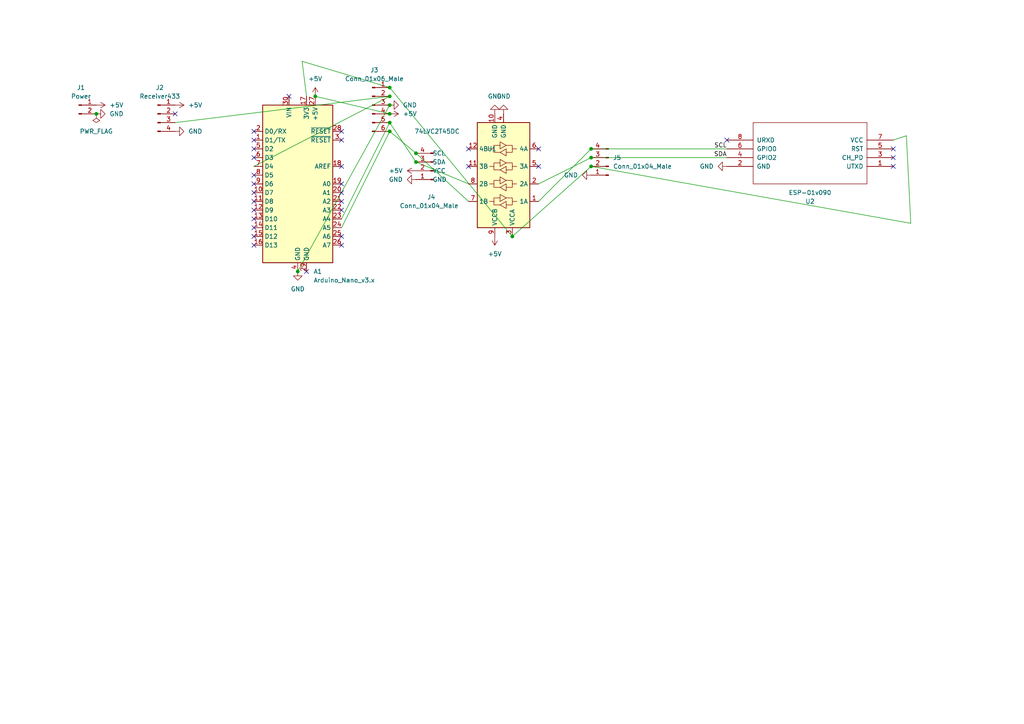
<source format=kicad_sch>
(kicad_sch (version 20211123) (generator eeschema)
  (paper "A4")
  (lib_symbols
    (symbol "Conn_01x04_Male_1" (pin_names (offset 1.016))
      (property "Reference" "J?" (at 0.635 7.62 0))
      (property "Value" "Conn_01x04_Male" (at 1.27 10.16 0))
      (symbol "Conn_01x04_Male_1_1_1"
        (polyline (pts (xy 1.27 -5.08) (xy 0.8636 -5.08)) (stroke (width 0.1524)))
        (polyline (pts (xy 1.27 -2.54) (xy 0.8636 -2.54)) (stroke (width 0.1524)))
        (polyline (pts (xy 1.27 0) (xy 0.8636 0)) (stroke (width 0.1524)))
        (polyline (pts (xy 1.27 2.54) (xy 0.8636 2.54)) (stroke (width 0.1524)))
        (rectangle (start 0.8636 -4.953) (end 0 -5.207) (stroke (width 0.1524)) (fill (type outline)))
        (rectangle (start 0.8636 -2.413) (end 0 -2.667) (stroke (width 0.1524)) (fill (type outline)))
        (rectangle (start 0.8636 0.127) (end 0 -0.127) (stroke (width 0.1524)) (fill (type outline)))
        (rectangle (start 0.8636 2.667) (end 0 2.413) (stroke (width 0.1524)) (fill (type outline)))
        (pin passive line (at 5.08 2.54 180) (length 3.81) (name "GND") (number "1"))
        (pin passive line (at 5.08 0 180) (length 3.81) (name "VCC") (number "2"))
        (pin passive line (at 5.08 -2.54 180) (length 3.81) (name "SDA") (number "3"))
        (pin passive line (at 5.08 -5.08 180) (length 3.81) (name "SCL") (number "4"))
      )
    )
    (symbol "Connector:Conn_01x02_Male" (pin_names (offset 1.016) hide)
      (property "Reference" "J" (at 0 2.54 0))
      (property "Value" "Conn_01x02_Male" (at 0 -5.08 0))
      (symbol "Conn_01x02_Male_1_1"
        (polyline (pts (xy 1.27 -2.54) (xy 0.8636 -2.54)) (stroke (width 0.1524)))
        (polyline (pts (xy 1.27 0) (xy 0.8636 0)) (stroke (width 0.1524)))
        (rectangle (start 0.8636 -2.413) (end 0 -2.667) (stroke (width 0.1524)) (fill (type outline)))
        (rectangle (start 0.8636 0.127) (end 0 -0.127) (stroke (width 0.1524)) (fill (type outline)))
        (pin passive line (at 5.08 0 180) (length 3.81) (name "Pin_1") (number "1"))
        (pin passive line (at 5.08 -2.54 180) (length 3.81) (name "Pin_2") (number "2"))
      )
    )
    (symbol "Connector:Conn_01x04_Male" (pin_names (offset 1.016) hide)
      (property "Reference" "J" (at 0 5.08 0))
      (property "Value" "Conn_01x04_Male" (at 0 -7.62 0))
      (symbol "Conn_01x04_Male_1_1"
        (polyline (pts (xy 1.27 -5.08) (xy 0.8636 -5.08)) (stroke (width 0.1524)))
        (polyline (pts (xy 1.27 -2.54) (xy 0.8636 -2.54)) (stroke (width 0.1524)))
        (polyline (pts (xy 1.27 0) (xy 0.8636 0)) (stroke (width 0.1524)))
        (polyline (pts (xy 1.27 2.54) (xy 0.8636 2.54)) (stroke (width 0.1524)))
        (rectangle (start 0.8636 -4.953) (end 0 -5.207) (stroke (width 0.1524)) (fill (type outline)))
        (rectangle (start 0.8636 -2.413) (end 0 -2.667) (stroke (width 0.1524)) (fill (type outline)))
        (rectangle (start 0.8636 0.127) (end 0 -0.127) (stroke (width 0.1524)) (fill (type outline)))
        (rectangle (start 0.8636 2.667) (end 0 2.413) (stroke (width 0.1524)) (fill (type outline)))
        (pin passive line (at 5.08 2.54 180) (length 3.81) (name "Pin_1") (number "1"))
        (pin passive line (at 5.08 0 180) (length 3.81) (name "Pin_2") (number "2"))
        (pin passive line (at 5.08 -2.54 180) (length 3.81) (name "Pin_3") (number "3"))
        (pin passive line (at 5.08 -5.08 180) (length 3.81) (name "Pin_4") (number "4"))
      )
    )
    (symbol "Connector:Conn_01x06_Male" (pin_names (offset 1.016) hide)
      (property "Reference" "J" (at 0 7.62 0))
      (property "Value" "Conn_01x06_Male" (at 0 -10.16 0))
      (symbol "Conn_01x06_Male_1_1"
        (polyline (pts (xy 1.27 -7.62) (xy 0.8636 -7.62)) (stroke (width 0.1524)))
        (polyline (pts (xy 1.27 -5.08) (xy 0.8636 -5.08)) (stroke (width 0.1524)))
        (polyline (pts (xy 1.27 -2.54) (xy 0.8636 -2.54)) (stroke (width 0.1524)))
        (polyline (pts (xy 1.27 0) (xy 0.8636 0)) (stroke (width 0.1524)))
        (polyline (pts (xy 1.27 2.54) (xy 0.8636 2.54)) (stroke (width 0.1524)))
        (polyline (pts (xy 1.27 5.08) (xy 0.8636 5.08)) (stroke (width 0.1524)))
        (rectangle (start 0.8636 -7.493) (end 0 -7.747) (stroke (width 0.1524)) (fill (type outline)))
        (rectangle (start 0.8636 -4.953) (end 0 -5.207) (stroke (width 0.1524)) (fill (type outline)))
        (rectangle (start 0.8636 -2.413) (end 0 -2.667) (stroke (width 0.1524)) (fill (type outline)))
        (rectangle (start 0.8636 0.127) (end 0 -0.127) (stroke (width 0.1524)) (fill (type outline)))
        (rectangle (start 0.8636 2.667) (end 0 2.413) (stroke (width 0.1524)) (fill (type outline)))
        (rectangle (start 0.8636 5.207) (end 0 4.953) (stroke (width 0.1524)) (fill (type outline)))
        (pin passive line (at 5.08 5.08 180) (length 3.81) (name "Pin_1") (number "1"))
        (pin passive line (at 5.08 2.54 180) (length 3.81) (name "Pin_2") (number "2"))
        (pin passive line (at 5.08 0 180) (length 3.81) (name "Pin_3") (number "3"))
        (pin passive line (at 5.08 -2.54 180) (length 3.81) (name "Pin_4") (number "4"))
        (pin passive line (at 5.08 -5.08 180) (length 3.81) (name "Pin_5") (number "5"))
        (pin passive line (at 5.08 -7.62 180) (length 3.81) (name "Pin_6") (number "6"))
      )
    )
    (symbol "ESP8266:ESP-01v090" (pin_names (offset 1.016))
      (property "Reference" "U" (at 0 -2.54 0))
      (property "Value" "ESP-01v090" (at 0 2.54 0))
      (symbol "ESP-01v090_1_0"
        (rectangle (start -16.51 -8.89) (end 16.51 8.89))
      )
      (symbol "ESP-01v090_1_1"
        (pin output line (at -24.13 3.81 0) (length 7.62) (name "UTXD") (number "1"))
        (pin power_in line (at 24.13 3.81 180) (length 7.62) (name "GND") (number "2"))
        (pin input line (at -24.13 1.27 0) (length 7.62) (name "CH_PD") (number "3"))
        (pin tri_state line (at 24.13 1.27 180) (length 7.62) (name "GPIO2") (number "4"))
        (pin input line (at -24.13 -1.27 0) (length 7.62) (name "RST") (number "5"))
        (pin tri_state line (at 24.13 -1.27 180) (length 7.62) (name "GPIO0") (number "6"))
        (pin power_in line (at -24.13 -3.81 0) (length 7.62) (name "VCC") (number "7"))
        (pin input line (at 24.13 -3.81 180) (length 7.62) (name "URXD") (number "8"))
      )
    )
    (symbol "Logic_LevelTranslator:74LVC2T45DC"
      (property "Reference" "U?" (at 2.0194 -12.7 0))
      (property "Value" "74LVC2T45DC" (at 12.7 -17.78 0))
      (symbol "74LVC2T45DC_1_1"
        (rectangle (start -7.62 10.16) (end 7.62 -20.32) (stroke (width 0.254)) (fill (type background)))
        (polyline (pts (xy -2.54 -12.7) (xy -2.54 -11.684) (xy -0.762 -11.684)))
        (polyline (pts (xy -2.54 -7.62) (xy -2.54 -6.604) (xy -0.762 -6.604)))
        (polyline (pts (xy -2.54 -2.54) (xy -2.54 -1.524) (xy -0.762 -1.524)))
        (polyline (pts (xy -2.54 2.54) (xy -2.54 3.556) (xy -0.762 3.556)))
        (polyline (pts (xy 2.794 -12.7) (xy 2.794 -13.716) (xy 1.016 -13.716)))
        (polyline (pts (xy 2.794 -7.62) (xy 2.794 -8.636) (xy 1.016 -8.636)))
        (polyline (pts (xy 2.794 -2.54) (xy 2.794 -3.556) (xy 1.016 -3.556)))
        (polyline (pts (xy 2.794 2.54) (xy 2.794 1.524) (xy 1.016 1.524)))
        (polyline (pts (xy -0.762 -13.716) (xy -2.54 -13.716) (xy -2.54 -12.7) (xy -3.81 -12.7)))
        (polyline (pts (xy -0.762 -12.7) (xy -0.762 -10.668) (xy 1.016 -11.684) (xy -0.762 -12.7)))
        (polyline (pts (xy -0.762 -8.636) (xy -2.54 -8.636) (xy -2.54 -7.62) (xy -3.81 -7.62)))
        (polyline (pts (xy -0.762 -7.62) (xy -0.762 -5.588) (xy 1.016 -6.604) (xy -0.762 -7.62)))
        (polyline (pts (xy -0.762 -3.556) (xy -2.54 -3.556) (xy -2.54 -2.54) (xy -3.81 -2.54)))
        (polyline (pts (xy -0.762 -2.54) (xy -0.762 -0.508) (xy 1.016 -1.524) (xy -0.762 -2.54)))
        (polyline (pts (xy -0.762 1.524) (xy -2.54 1.524) (xy -2.54 2.54) (xy -3.81 2.54)))
        (polyline (pts (xy -0.762 2.54) (xy -0.762 4.572) (xy 1.016 3.556) (xy -0.762 2.54)))
        (polyline (pts (xy 1.016 -11.684) (xy 2.794 -11.684) (xy 2.794 -12.7) (xy 4.064 -12.7)))
        (polyline (pts (xy 1.016 -6.604) (xy 2.794 -6.604) (xy 2.794 -7.62) (xy 4.064 -7.62)))
        (polyline (pts (xy 1.016 -1.524) (xy 2.794 -1.524) (xy 2.794 -2.54) (xy 4.064 -2.54)))
        (polyline (pts (xy 1.016 3.556) (xy 2.794 3.556) (xy 2.794 2.54) (xy 4.064 2.54)))
        (polyline (pts (xy 1.016 -12.7) (xy 1.016 -14.478) (xy 1.016 -14.732) (xy -0.762 -13.716) (xy 1.016 -12.7)))
        (polyline (pts (xy 1.016 -7.62) (xy 1.016 -9.398) (xy 1.016 -9.652) (xy -0.762 -8.636) (xy 1.016 -7.62)))
        (polyline (pts (xy 1.016 -2.54) (xy 1.016 -4.318) (xy 1.016 -4.572) (xy -0.762 -3.556) (xy 1.016 -2.54)))
        (polyline (pts (xy 1.016 2.54) (xy 1.016 0.762) (xy 1.016 0.508) (xy -0.762 1.524) (xy 1.016 2.54)))
        (pin bidirectional line (at -10.16 2.54 0) (length 2.54) (name "1A") (number "1"))
        (pin power_in line (at 2.54 -22.86 90) (length 2.54) (name "GND") (number "10"))
        (pin bidirectional line (at 10.16 -7.62 180) (length 2.54) (name "3B") (number "11"))
        (pin bidirectional line (at 10.16 -12.7 180) (length 2.54) (name "4B") (number "12"))
        (pin bidirectional line (at -10.16 -2.54 0) (length 2.54) (name "2A") (number "2"))
        (pin power_in line (at -2.54 12.7 270) (length 2.54) (name "VCCA") (number "3"))
        (pin power_in line (at 0 -22.86 90) (length 2.54) (name "GND") (number "4"))
        (pin bidirectional line (at -10.16 -7.62 0) (length 2.54) (name "3A") (number "5"))
        (pin bidirectional line (at -10.16 -12.7 0) (length 2.54) (name "4A") (number "6"))
        (pin bidirectional line (at 10.16 2.54 180) (length 2.54) (name "1B") (number "7"))
        (pin bidirectional line (at 10.16 -2.54 180) (length 2.54) (name "2B") (number "8"))
        (pin power_in line (at 2.54 12.7 270) (length 2.54) (name "VCCB") (number "9"))
      )
    )
    (symbol "MCU_Module:Arduino_Nano_v3.x"
      (property "Reference" "A" (at -10.16 23.495 0))
      (property "Value" "Arduino_Nano_v3.x" (at 5.08 -24.13 0))
      (symbol "Arduino_Nano_v3.x_0_1"
        (rectangle (start -10.16 22.86) (end 10.16 -22.86) (stroke (width 0.254)) (fill (type background)))
      )
      (symbol "Arduino_Nano_v3.x_1_1"
        (pin bidirectional line (at -12.7 12.7 0) (length 2.54) (name "D1/TX") (number "1"))
        (pin bidirectional line (at -12.7 -2.54 0) (length 2.54) (name "D7") (number "10"))
        (pin bidirectional line (at -12.7 -5.08 0) (length 2.54) (name "D8") (number "11"))
        (pin bidirectional line (at -12.7 -7.62 0) (length 2.54) (name "D9") (number "12"))
        (pin bidirectional line (at -12.7 -10.16 0) (length 2.54) (name "D10") (number "13"))
        (pin bidirectional line (at -12.7 -12.7 0) (length 2.54) (name "D11") (number "14"))
        (pin bidirectional line (at -12.7 -15.24 0) (length 2.54) (name "D12") (number "15"))
        (pin bidirectional line (at -12.7 -17.78 0) (length 2.54) (name "D13") (number "16"))
        (pin power_out line (at 2.54 25.4 270) (length 2.54) (name "3V3") (number "17"))
        (pin input line (at 12.7 5.08 180) (length 2.54) (name "AREF") (number "18"))
        (pin bidirectional line (at 12.7 0 180) (length 2.54) (name "A0") (number "19"))
        (pin bidirectional line (at -12.7 15.24 0) (length 2.54) (name "D0/RX") (number "2"))
        (pin bidirectional line (at 12.7 -2.54 180) (length 2.54) (name "A1") (number "20"))
        (pin bidirectional line (at 12.7 -5.08 180) (length 2.54) (name "A2") (number "21"))
        (pin bidirectional line (at 12.7 -7.62 180) (length 2.54) (name "A3") (number "22"))
        (pin bidirectional line (at 12.7 -10.16 180) (length 2.54) (name "A4") (number "23"))
        (pin bidirectional line (at 12.7 -12.7 180) (length 2.54) (name "A5") (number "24"))
        (pin bidirectional line (at 12.7 -15.24 180) (length 2.54) (name "A6") (number "25"))
        (pin bidirectional line (at 12.7 -17.78 180) (length 2.54) (name "A7") (number "26"))
        (pin power_out line (at 5.08 25.4 270) (length 2.54) (name "+5V") (number "27"))
        (pin input line (at 12.7 15.24 180) (length 2.54) (name "~{RESET}") (number "28"))
        (pin power_in line (at 2.54 -25.4 90) (length 2.54) (name "GND") (number "29"))
        (pin input line (at 12.7 12.7 180) (length 2.54) (name "~{RESET}") (number "3"))
        (pin power_in line (at -2.54 25.4 270) (length 2.54) (name "VIN") (number "30"))
        (pin power_in line (at 0 -25.4 90) (length 2.54) (name "GND") (number "4"))
        (pin bidirectional line (at -12.7 10.16 0) (length 2.54) (name "D2") (number "5"))
        (pin bidirectional line (at -12.7 7.62 0) (length 2.54) (name "D3") (number "6"))
        (pin bidirectional line (at -12.7 5.08 0) (length 2.54) (name "D4") (number "7"))
        (pin bidirectional line (at -12.7 2.54 0) (length 2.54) (name "D5") (number "8"))
        (pin bidirectional line (at -12.7 0 0) (length 2.54) (name "D6") (number "9"))
      )
    )
    (symbol "power:+5V" (power) (pin_names (offset 0))
      (property "Value" "+5V" (at 0 3.556 0))
      (symbol "+5V_0_1"
        (polyline (pts (xy -0.762 1.27) (xy 0 2.54)))
        (polyline (pts (xy 0 0) (xy 0 2.54)))
        (polyline (pts (xy 0 2.54) (xy 0.762 1.27)))
      )
      (symbol "+5V_1_1"
        (pin power_in line (at 0 0 90) (length 0) hide (name "+5V") (number "1"))
      )
    )
    (symbol "power:GND" (power) (pin_names (offset 0))
      (property "Value" "GND" (at 0 -3.81 0))
      (symbol "GND_0_1"
        (polyline (pts (xy 0 0) (xy 0 -1.27) (xy 1.27 -1.27) (xy 0 -2.54) (xy -1.27 -1.27) (xy 0 -1.27)))
      )
      (symbol "GND_1_1"
        (pin power_in line (at 0 0 270) (length 0) hide (name "GND") (number "1"))
      )
    )
    (symbol "power:PWR_FLAG" (power) (pin_numbers hide) (pin_names (offset 0) hide)
      (property "Value" "PWR_FLAG" (at 0 3.81 0))
      (symbol "PWR_FLAG_0_0"
        (pin power_out line (at 0 0 90) (length 0) (name "pwr") (number "1"))
      )
      (symbol "PWR_FLAG_0_1"
        (polyline (pts (xy 0 0) (xy 0 1.27) (xy -1.016 1.905) (xy 0 2.54) (xy 1.016 1.905) (xy 0 1.27)))
      )
    )
  )
  (junction (at 91.44 27.94))
  (junction (at 171.45 43.18))
  (junction (at 113.03 33.02))
  (junction (at 171.45 48.26))
  (junction (at 113.03 25.4))
  (junction (at 113.03 30.48))
  (junction (at 27.94 33.02))
  (junction (at 86.36 78.74))
  (junction (at 113.03 27.94))
  (junction (at 148.59 68.58))
  (junction (at 120.65 44.45))
  (junction (at 113.03 35.56))
  (junction (at 171.45 45.72))
  (junction (at 113.03 38.1))
  (junction (at 120.65 46.99))
  (no_connect (at 73.66 38.1))
  (no_connect (at 73.66 71.12))
  (no_connect (at 73.66 66.04))
  (no_connect (at 73.66 63.5))
  (no_connect (at 73.66 68.58))
  (no_connect (at 73.66 60.96))
  (no_connect (at 99.06 68.58))
  (no_connect (at 99.06 71.12))
  (no_connect (at 73.66 53.34))
  (no_connect (at 73.66 50.8))
  (no_connect (at 73.66 58.42))
  (no_connect (at 73.66 55.88))
  (no_connect (at 73.66 45.72))
  (no_connect (at 73.66 43.18))
  (no_connect (at 73.66 40.64))
  (no_connect (at 50.8 33.02))
  (no_connect (at 83.82 27.94))
  (no_connect (at 99.06 60.96))
  (no_connect (at 99.06 55.88))
  (no_connect (at 99.06 53.34))
  (no_connect (at 99.06 48.26))
  (no_connect (at 99.06 38.1))
  (no_connect (at 99.06 40.64))
  (no_connect (at 99.06 58.42))
  (no_connect (at 135.89 48.26))
  (no_connect (at 135.89 43.18))
  (no_connect (at 259.08 48.26))
  (no_connect (at 259.08 43.18))
  (no_connect (at 259.08 45.72))
  (no_connect (at 210.82 40.64))
  (no_connect (at 88.9 78.74))
  (no_connect (at 156.21 43.18))
  (no_connect (at 156.21 48.26))
  (wire (pts (xy 135.89 53.34) (xy 120.65 46.99)))
  (wire (pts (xy 156.21 58.42) (xy 171.45 43.18)))
  (wire (pts (xy 259.08 40.64) (xy 262.89 39.37)))
  (wire (pts (xy 113.03 27.94) (xy 50.8 35.56)))
  (wire (pts (xy 113.03 35.56) (xy 99.06 63.5)))
  (wire (pts (xy 113.03 38.1) (xy 99.06 66.04)))
  (wire (pts (xy 171.45 43.18) (xy 210.82 43.18)))
  (wire (pts (xy 113.03 33.02) (xy 91.44 27.94)))
  (wire (pts (xy 88.9 27.94) (xy 87.63 17.78)))
  (wire (pts (xy 87.63 17.78) (xy 113.03 25.4)))
  (wire (pts (xy 171.45 48.26) (xy 148.59 68.58)))
  (wire (pts (xy 262.89 39.37) (xy 264.16 64.77)))
  (wire (pts (xy 113.03 35.56) (xy 120.65 46.99)))
  (wire (pts (xy 156.21 53.34) (xy 171.45 45.72)))
  (wire (pts (xy 113.03 30.48) (xy 86.36 78.74)))
  (wire (pts (xy 113.03 38.1) (xy 120.65 44.45)))
  (wire (pts (xy 135.89 58.42) (xy 120.65 44.45)))
  (wire (pts (xy 264.16 64.77) (xy 171.45 48.26)))
  (wire (pts (xy 148.59 68.58) (xy 113.03 25.4)))
  (wire (pts (xy 171.45 45.72) (xy 210.82 45.72)))
  (wire (pts (xy 73.66 48.26) (xy 113.03 27.94)))
  (label "SDA" (at 210.82 45.72 180))
  (label "SCL" (at 210.82 43.18 180))
  (symbol (lib_id "power:GND") (at 86.36 78.74 0) (unit 1)
    (property "Reference" "#PWR05" (effects hide))
    (property "Value" "GND" (at 86.36 83.82 0))
  )
  (symbol (lib_id "power:+5V") (at 91.44 27.94 0) (unit 1)
    (property "Reference" "#PWR06" (effects hide))
    (property "Value" "+5V" (at 91.44 22.86 0))
  )
  (symbol (lib_id "power:+5V") (at 143.51 68.58 180) (unit 1)
    (property "Reference" "#PWR012" (effects hide))
    (property "Value" "+5V" (at 143.51 73.66 0))
  )
  (symbol (lib_id "MCU_Module:Arduino_Nano_v3.x") (at 86.36 53.34 0) (unit 1)
    (property "Reference" "A1" (at 90.9194 78.74 0) (effects (justify left)))
    (property "Value" "Arduino_Nano_v3.x" (at 90.9194 81.28 0) (effects (justify left)))
    (property "Footprint" "Module:Arduino_Nano" (effects hide))
    (property "Datasheet" "http://www.mouser.com/pdfdocs/Gravitech_Arduino_Nano3_0.pdf" (effects hide))
  )
  (symbol (lib_id "power:GND") (at 210.82 48.26 270) (unit 1)
    (property "Reference" "#PWR015" (effects hide))
    (property "Value" "GND" (at 207.01 48.2601 90) (effects (justify right)))
  )
  (symbol (lib_id "power:GND") (at 50.8 38.1 90) (unit 1)
    (property "Reference" "#PWR04" (effects hide))
    (property "Value" "GND" (at 54.61 38.0999 90) (effects (justify right)))
  )
  (symbol (lib_id "Connector:Conn_01x04_Male") (at 176.53 48.26 180) (unit 1)
    (property "Reference" "J5" (at 177.8 45.7199 0) (effects (justify right)))
    (property "Value" "Conn_01x04_Male" (at 177.8 48.2599 0) (effects (justify right)))
    (property "Footprint" "Connector_PinHeader_2.54mm:PinHeader_2x04_P2.54mm_Vertical" (effects hide))
  )
  (symbol (lib_id "Logic_LevelTranslator:74LVC2T45DC") (at 146.05 55.88 180) (unit 1)
    (property "Reference" "U1" (at 144.0306 43.18 0) (effects (justify left)))
    (property "Value" "74LVC2T45DC" (at 133.35 38.1 0) (effects (justify left)))
    (property "Footprint" "KdLibrary:LevelShifter x04" (effects hide))
    (property "Datasheet" "https://assets.nexperia.com/documents/data-sheet/74LVC_LVCH2T45.pdf" (effects hide))
  )
  (symbol (lib_id "power:GND") (at 146.05 33.02 180) (unit 1)
    (property "Reference" "#PWR013" (effects hide))
    (property "Value" "GND" (at 146.05 27.94 0))
  )
  (symbol (lib_id "Connector:Conn_01x04_Male") (at 45.72 33.02 0) (unit 1)
    (property "Reference" "J2" (at 46.355 25.4 0))
    (property "Value" "Receiver433" (at 46.355 27.94 0))
    (property "Footprint" "Connector_PinHeader_2.54mm:PinHeader_1x04_P2.54mm_Vertical" (effects hide))
  )
  (symbol (lib_id "power:GND") (at 27.94 33.02 90) (unit 1)
    (property "Reference" "#PWR02" (effects hide))
    (property "Value" "GND" (at 31.75 33.0199 90) (effects (justify right)))
  )
  (symbol (lib_id "Connector:Conn_01x02_Male") (at 22.86 30.48 0) (unit 1)
    (property "Reference" "J1" (at 23.495 25.4 0))
    (property "Value" "Power" (at 23.495 27.94 0))
    (property "Footprint" "Connector_PinHeader_2.54mm:PinHeader_1x02_P2.54mm_Vertical" (effects hide))
  )
  (symbol (lib_id "power:PWR_FLAG") (at 27.94 33.02 180) (unit 1)
    (property "Reference" "#FLG01" (effects hide))
    (property "Value" "PWR_FLAG" (at 27.94 38.1 0))
  )
  (symbol (lib_id "ESP8266:ESP-01v090") (at 234.95 44.45 180) (unit 1)
    (property "Reference" "U2" (at 234.95 58.42 0))
    (property "Value" "ESP-01v090" (at 234.95 55.88 0))
    (property "Footprint" "Connector_PinSocket_2.54mm:PinSocket_2x04_P2.54mm_Vertical" (effects hide))
    (property "Datasheet" "http://l0l.org.uk/2014/12/esp8266-modules-hardware-guide-gotta-catch-em-all/" (effects hide))
  )
  (symbol (lib_id "power:GND") (at 113.03 30.48 90) (unit 1)
    (property "Reference" "#PWR07" (effects hide))
    (property "Value" "GND" (at 116.84 30.4799 90) (effects (justify right)))
  )
  (symbol (lib_id "Connector:Conn_01x06_Male") (at 107.95 30.48 0) (unit 1)
    (property "Reference" "J3" (at 108.585 20.32 0))
    (property "Value" "Conn_01x06_Male" (at 108.585 22.86 0))
    (property "Footprint" "Connector_PinSocket_2.54mm:PinSocket_1x06_P2.54mm_Vertical" (effects hide))
  )
  (symbol (lib_id "power:GND") (at 143.51 33.02 180) (unit 1)
    (property "Reference" "#PWR011" (effects hide))
    (property "Value" "GND" (at 143.51 27.94 0))
  )
  (symbol (lib_id "power:+5V") (at 113.03 33.02 270) (unit 1)
    (property "Reference" "#PWR08" (effects hide))
    (property "Value" "+5V" (at 116.84 33.0199 90) (effects (justify left)))
  )
  (symbol (lib_id "power:+5V") (at 50.8 30.48 270) (unit 1)
    (property "Reference" "#PWR03" (effects hide))
    (property "Value" "+5V" (at 54.61 30.4799 90) (effects (justify left)))
  )
  (symbol (lib_name "Conn_01x04_Male_1") (lib_id "Connector:Conn_01x04_Male") (at 125.73 49.53 180) (unit 1)
    (property "Reference" "J4" (at 125.095 57.15 0))
    (property "Value" "Conn_01x04_Male" (at 124.46 59.69 0))
    (property "Footprint" "Connector_PinHeader_2.54mm:PinHeader_2x04_P2.54mm_Vertical" (effects hide))
  )
  (symbol (lib_id "power:GND") (at 120.65 52.07 270) (unit 1)
    (property "Reference" "#PWR010" (effects hide))
    (property "Value" "GND" (at 116.84 52.0699 90) (effects (justify right)))
  )
  (symbol (lib_id "power:+5V") (at 120.65 49.53 90) (unit 1)
    (property "Reference" "#PWR09" (effects hide))
    (property "Value" "+5V" (at 116.84 49.5299 90) (effects (justify left)))
  )
  (symbol (lib_id "power:GND") (at 171.45 50.8 270) (unit 1)
    (property "Reference" "#PWR014" (effects hide))
    (property "Value" "GND" (at 167.64 50.7999 90) (effects (justify right)))
  )
  (symbol (lib_id "power:+5V") (at 27.94 30.48 270) (unit 1)
    (property "Reference" "#PWR01" (effects hide))
    (property "Value" "+5V" (at 31.75 30.4799 90) (effects (justify left)))
  )
)
</source>
